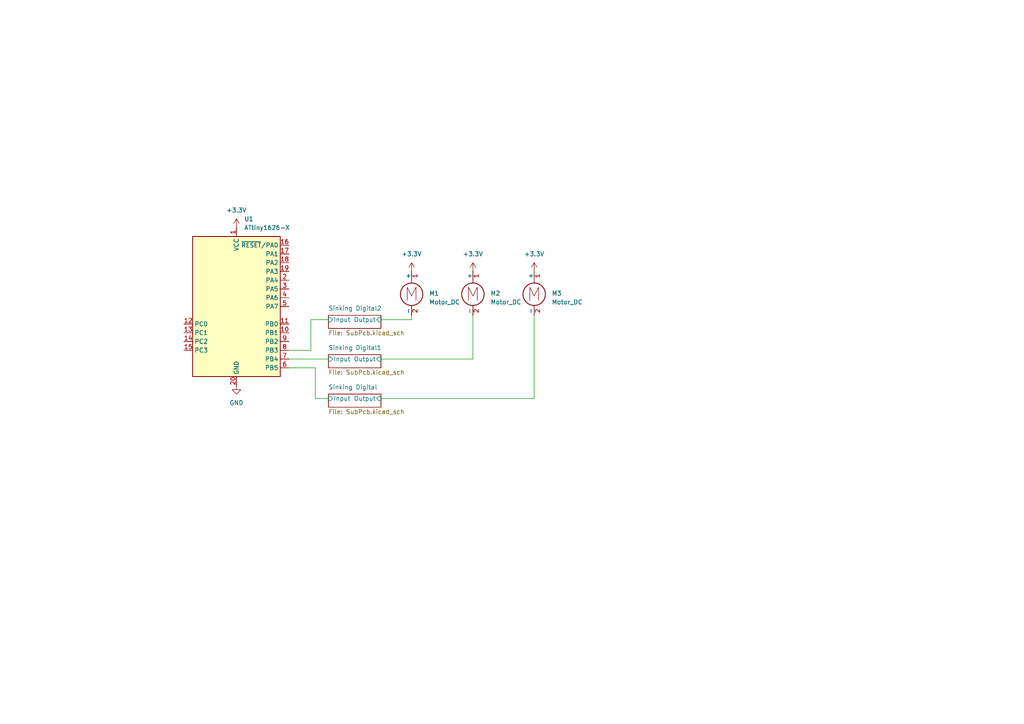
<source format=kicad_sch>
(kicad_sch (version 20231120) (generator "eeschema") (generator_version "8.0")
  (paper "A4")
  (lib_symbols
    (symbol "MCU_Microchip_ATtiny:ATtiny1626-X"
      (property "Reference" "U" (at -12.7 21.59 0))
      (property "Value" "ATtiny1626-X" (at 2.54 -21.59 0))
      (symbol "ATtiny1626-X_0_1"
        (rectangle (start -12.7 -20.32) (end 12.7 20.32) (stroke (width 0.254)) (fill (type background)))
      )
      (symbol "ATtiny1626-X_1_1"
        (pin power_in line (at 0 22.86 270) (length 2.54) (name "VCC") (number "1"))
        (pin bidirectional line (at 15.24 -7.62 180) (length 2.54) (name "PB1") (number "10"))
        (pin bidirectional line (at 15.24 -5.08 180) (length 2.54) (name "PB0") (number "11"))
        (pin bidirectional line (at -15.24 -5.08 0) (length 2.54) (name "PC0") (number "12"))
        (pin bidirectional line (at -15.24 -7.62 0) (length 2.54) (name "PC1") (number "13"))
        (pin bidirectional line (at -15.24 -10.16 0) (length 2.54) (name "PC2") (number "14"))
        (pin bidirectional line (at -15.24 -12.7 0) (length 2.54) (name "PC3") (number "15"))
        (pin bidirectional line (at 15.24 17.78 180) (length 2.54) (name "~{RESET}/PA0") (number "16"))
        (pin bidirectional line (at 15.24 15.24 180) (length 2.54) (name "PA1") (number "17"))
        (pin bidirectional line (at 15.24 12.7 180) (length 2.54) (name "PA2") (number "18"))
        (pin bidirectional line (at 15.24 10.16 180) (length 2.54) (name "PA3") (number "19"))
        (pin bidirectional line (at 15.24 7.62 180) (length 2.54) (name "PA4") (number "2"))
        (pin power_in line (at 0 -22.86 90) (length 2.54) (name "GND") (number "20"))
        (pin bidirectional line (at 15.24 5.08 180) (length 2.54) (name "PA5") (number "3"))
        (pin bidirectional line (at 15.24 2.54 180) (length 2.54) (name "PA6") (number "4"))
        (pin bidirectional line (at 15.24 0 180) (length 2.54) (name "PA7") (number "5"))
        (pin bidirectional line (at 15.24 -17.78 180) (length 2.54) (name "PB5") (number "6"))
        (pin bidirectional line (at 15.24 -15.24 180) (length 2.54) (name "PB4") (number "7"))
        (pin bidirectional line (at 15.24 -12.7 180) (length 2.54) (name "PB3") (number "8"))
        (pin bidirectional line (at 15.24 -10.16 180) (length 2.54) (name "PB2") (number "9"))
      )
    )
    (symbol "Motor:Motor_DC" (pin_names (offset 0))
      (property "Reference" "M" (at 2.54 2.54 0))
      (property "Value" "Motor_DC" (at 2.54 -5.08 0))
      (symbol "Motor_DC_0_0"
        (polyline (pts (xy -1.27 -3.302) (xy -1.27 0.508) (xy 0 -2.032) (xy 1.27 0.508) (xy 1.27 -3.302)))
      )
      (symbol "Motor_DC_0_1"
        (circle (center 0 -1.524) (radius 3.2512) (stroke (width 0.254)))
        (polyline (pts (xy 0 -7.62) (xy 0 -7.112)))
        (polyline (pts (xy 0 -4.7752) (xy 0 -5.1816)))
        (polyline (pts (xy 0 1.7272) (xy 0 2.0828)))
        (polyline (pts (xy 0 2.032) (xy 0 2.54)))
      )
      (symbol "Motor_DC_1_1"
        (pin passive line (at 0 5.08 270) (length 2.54) (name "+") (number "1"))
        (pin passive line (at 0 -7.62 90) (length 2.54) (name "-") (number "2"))
      )
    )
    (symbol "power:+3.3V" (power) (pin_numbers hide) (pin_names (offset 0) hide)
      (property "Value" "+3.3V" (at 0 3.556 0))
      (symbol "+3.3V_0_1"
        (polyline (pts (xy -0.762 1.27) (xy 0 2.54)))
        (polyline (pts (xy 0 0) (xy 0 2.54)))
        (polyline (pts (xy 0 2.54) (xy 0.762 1.27)))
      )
      (symbol "+3.3V_1_1"
        (pin power_in line (at 0 0 90) (length 0) (name "~") (number "1"))
      )
    )
    (symbol "power:GND" (power) (pin_numbers hide) (pin_names (offset 0) hide)
      (property "Value" "GND" (at 0 -3.81 0))
      (symbol "GND_0_1"
        (polyline (pts (xy 0 0) (xy 0 -1.27) (xy 1.27 -1.27) (xy 0 -2.54) (xy -1.27 -1.27) (xy 0 -1.27)))
      )
      (symbol "GND_1_1"
        (pin power_in line (at 0 0 270) (length 0) (name "~") (number "1"))
      )
    )
  )
  (wire (pts (xy 137.16 104.14) (xy 110.49 104.14)))
  (wire (pts (xy 83.82 104.14) (xy 95.25 104.14)))
  (wire (pts (xy 119.38 92.71) (xy 110.49 92.71)))
  (wire (pts (xy 90.17 92.71) (xy 90.17 101.6)))
  (wire (pts (xy 154.94 115.57) (xy 110.49 115.57)))
  (wire (pts (xy 154.94 91.44) (xy 154.94 115.57)))
  (wire (pts (xy 91.44 115.57) (xy 91.44 106.68)))
  (wire (pts (xy 137.16 91.44) (xy 137.16 104.14)))
  (wire (pts (xy 119.38 91.44) (xy 119.38 92.71)))
  (wire (pts (xy 95.25 92.71) (xy 90.17 92.71)))
  (wire (pts (xy 95.25 115.57) (xy 91.44 115.57)))
  (wire (pts (xy 91.44 106.68) (xy 83.82 106.68)))
  (wire (pts (xy 90.17 101.6) (xy 83.82 101.6)))
  (symbol (lib_id "power:GND") (at 68.58 111.76 0) (unit 1)
    (property "Reference" "#PWR02" (effects (hide yes)))
    (property "Value" "GND" (at 68.58 116.84 0))
    (property "Description" "Power symbol creates a global label with name \"GND\" , ground" (effects (hide yes)))
  )
  (symbol (lib_id "Motor:Motor_DC") (at 137.16 83.82 0) (unit 1)
    (property "Reference" "M2" (at 142.24 85.0899 0) (effects (justify left)))
    (property "Value" "Motor_DC" (at 142.24 87.6299 0) (effects (justify left)))
    (property "Footprint" "Connector_PinSocket_2.54mm:PinSocket_1x02_P2.54mm_Vertical" (effects (hide yes)))
    (property "Description" "DC Motor" (effects (hide yes)))
  )
  (symbol (lib_id "power:+3.3V") (at 68.58 66.04 0) (unit 1)
    (property "Reference" "#PWR01" (effects (hide yes)))
    (property "Value" "+3.3V" (at 68.58 60.96 0))
    (property "Description" "Power symbol creates a global label with name \"+3.3V\"" (effects (hide yes)))
  )
  (symbol (lib_id "Motor:Motor_DC") (at 154.94 83.82 0) (unit 1)
    (property "Reference" "M3" (at 160.02 85.0899 0) (effects (justify left)))
    (property "Value" "Motor_DC" (at 160.02 87.6299 0) (effects (justify left)))
    (property "Footprint" "Connector_PinSocket_2.54mm:PinSocket_1x02_P2.54mm_Vertical" (effects (hide yes)))
    (property "Description" "DC Motor" (effects (hide yes)))
  )
  (symbol (lib_id "power:+3.3V") (at 119.38 78.74 0) (unit 1)
    (property "Reference" "#PWR03" (effects (hide yes)))
    (property "Value" "+3.3V" (at 119.38 73.66 0))
    (property "Description" "Power symbol creates a global label with name \"+3.3V\"" (effects (hide yes)))
  )
  (symbol (lib_id "Motor:Motor_DC") (at 119.38 83.82 0) (unit 1)
    (property "Reference" "M1" (at 124.46 85.0899 0) (effects (justify left)))
    (property "Value" "Motor_DC" (at 124.46 87.6299 0) (effects (justify left)))
    (property "Footprint" "Connector_PinSocket_2.54mm:PinSocket_1x02_P2.54mm_Vertical" (effects (hide yes)))
    (property "Description" "DC Motor" (effects (hide yes)))
  )
  (symbol (lib_id "MCU_Microchip_ATtiny:ATtiny1626-X") (at 68.58 88.9 0) (unit 1)
    (property "Reference" "U1" (at 70.7741 63.5 0) (effects (justify left)))
    (property "Value" "ATtiny1626-X" (at 70.7741 66.04 0) (effects (justify left)))
    (property "Footprint" "Package_SO:SSOP-20_5.3x7.2mm_P0.65mm" (effects (hide yes)))
    (property "Datasheet" "https://ww1.microchip.com/downloads/en/DeviceDoc/ATtiny1624-26-27-DataSheet-DS40002234A.pdf" (effects (hide yes)))
    (property "Description" "20MHz, 16kB Flash, 2kB SRAM, 256B EEPROM, SSOP-20" (effects (hide yes)))
  )
  (symbol (lib_id "power:+3.3V") (at 154.94 78.74 0) (unit 1)
    (property "Reference" "#PWR05" (effects (hide yes)))
    (property "Value" "+3.3V" (at 154.94 73.66 0))
    (property "Description" "Power symbol creates a global label with name \"+3.3V\"" (effects (hide yes)))
  )
  (symbol (lib_id "power:+3.3V") (at 137.16 78.74 0) (unit 1)
    (property "Reference" "#PWR04" (effects (hide yes)))
    (property "Value" "+3.3V" (at 137.16 73.66 0))
    (property "Description" "Power symbol creates a global label with name \"+3.3V\"" (effects (hide yes)))
  )
  (sheet (at 95.25 114.3) (size 15.24 3.81) (stroke (width 0.1524))
    (property "Sheetname" "Sinking Digital" (at 95.25 113.03 0) (effects (justify left bottom)))
    (property "Sheetfile" "SubPcb.kicad_sch" (at 95.25 118.6946 0) (effects (justify left top)))
    (pin "Input" input (at 95.25 115.57 180))
    (pin "Output" input (at 110.49 115.57 0))
  )
  (sheet (at 95.25 91.44) (size 15.24 3.81) (stroke (width 0.1524))
    (property "Sheetname" "Sinking Digital2" (at 95.25 90.17 0) (effects (justify left bottom)))
    (property "Sheetfile" "SubPcb.kicad_sch" (at 95.25 95.8346 0) (effects (justify left top)))
    (pin "Input" input (at 95.25 92.71 180))
    (pin "Output" input (at 110.49 92.71 0))
  )
  (sheet (at 95.25 102.87) (size 15.24 3.81) (stroke (width 0.1524))
    (property "Sheetname" "Sinking Digital1" (at 95.25 101.6 0) (effects (justify left bottom)))
    (property "Sheetfile" "SubPcb.kicad_sch" (at 95.25 107.2646 0) (effects (justify left top)))
    (pin "Input" input (at 95.25 104.14 180))
    (pin "Output" input (at 110.49 104.14 0))
  )
)
</source>
